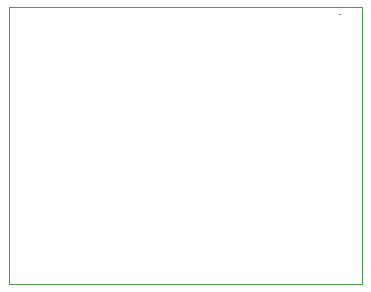
<source format=gbr>
%TF.GenerationSoftware,KiCad,Pcbnew,7.0.8-7.0.8~ubuntu22.04.1*%
%TF.CreationDate,2023-12-06T13:38:50-08:00*%
%TF.ProjectId,SolenoidDriver,536f6c65-6e6f-4696-9444-72697665722e,rev?*%
%TF.SameCoordinates,Original*%
%TF.FileFunction,Profile,NP*%
%FSLAX46Y46*%
G04 Gerber Fmt 4.6, Leading zero omitted, Abs format (unit mm)*
G04 Created by KiCad (PCBNEW 7.0.8-7.0.8~ubuntu22.04.1) date 2023-12-06 13:38:50*
%MOMM*%
%LPD*%
G01*
G04 APERTURE LIST*
%TA.AperFunction,Profile*%
%ADD10C,0.100000*%
%TD*%
G04 APERTURE END LIST*
D10*
X77470000Y-41815000D02*
X107315000Y-41815000D01*
X107315000Y-65310000D01*
X77470000Y-65310000D01*
X77470000Y-41815000D01*
X105410000Y-42424600D02*
X105435400Y-42424600D01*
X105435400Y-42450000D01*
X105410000Y-42450000D01*
X105410000Y-42424600D01*
M02*

</source>
